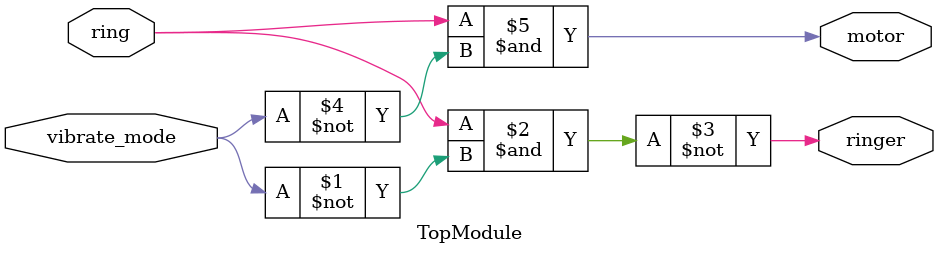
<source format=sv>

module TopModule (
  input ring,
  input vibrate_mode,
  output ringer,
  output motor
);
assign ringer = ~(ring & ~vibrate_mode);
assign motor = ring & ~vibrate_mode;
endmodule

</source>
